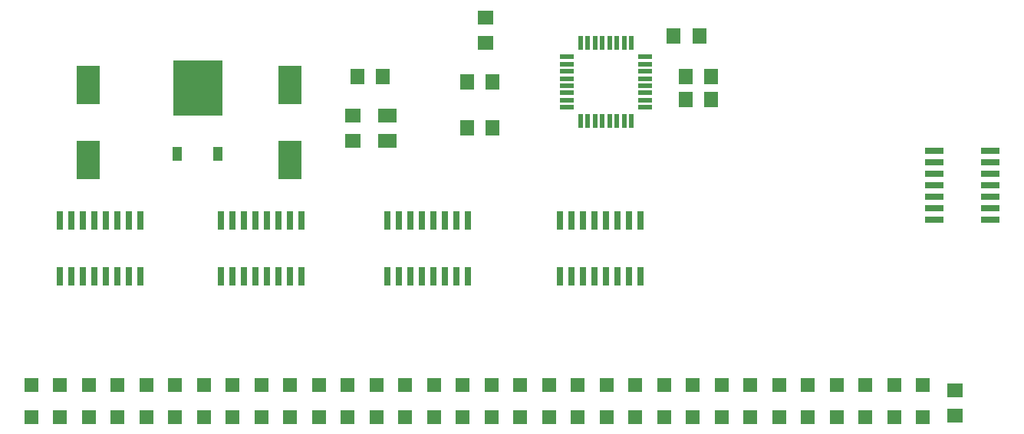
<source format=gtp>
G75*
%MOIN*%
%OFA0B0*%
%FSLAX25Y25*%
%IPPOS*%
%LPD*%
%AMOC8*
5,1,8,0,0,1.08239X$1,22.5*
%
%ADD10R,0.09843X0.16929*%
%ADD11R,0.07087X0.06299*%
%ADD12R,0.06299X0.07087*%
%ADD13R,0.21260X0.24409*%
%ADD14R,0.03937X0.06299*%
%ADD15R,0.08000X0.02600*%
%ADD16R,0.06299X0.07098*%
%ADD17R,0.07874X0.06299*%
%ADD18R,0.05906X0.02165*%
%ADD19R,0.02165X0.05906*%
%ADD20R,0.02600X0.08000*%
%ADD21R,0.05906X0.05906*%
%ADD22R,0.07098X0.06299*%
D10*
X0068500Y0127161D03*
X0068500Y0159839D03*
X0156000Y0159839D03*
X0156000Y0127161D03*
D11*
X0183500Y0135488D03*
X0183500Y0146512D03*
X0241000Y0177988D03*
X0241000Y0189012D03*
D12*
X0244012Y0161000D03*
X0232988Y0161000D03*
X0232988Y0141000D03*
X0244012Y0141000D03*
X0327988Y0153500D03*
X0339012Y0153500D03*
X0339012Y0163500D03*
X0327988Y0163500D03*
D13*
X0116000Y0158343D03*
D14*
X0107024Y0129602D03*
X0124976Y0129602D03*
D15*
X0436300Y0131100D03*
X0436300Y0126100D03*
X0436300Y0121100D03*
X0436300Y0116100D03*
X0436300Y0111100D03*
X0436300Y0106100D03*
X0436300Y0101100D03*
X0460500Y0101100D03*
X0460500Y0106100D03*
X0460500Y0111100D03*
X0460500Y0116100D03*
X0460500Y0121100D03*
X0460500Y0126100D03*
X0460500Y0131100D03*
D16*
X0334098Y0181000D03*
X0322902Y0181000D03*
X0196598Y0163500D03*
X0185402Y0163500D03*
D17*
X0198500Y0146512D03*
X0198500Y0135488D03*
D18*
X0276571Y0149976D03*
X0276571Y0153126D03*
X0276571Y0156276D03*
X0276571Y0159425D03*
X0276571Y0162575D03*
X0276571Y0165724D03*
X0276571Y0168874D03*
X0276571Y0172024D03*
X0310429Y0172024D03*
X0310429Y0168874D03*
X0310429Y0165724D03*
X0310429Y0162575D03*
X0310429Y0159425D03*
X0310429Y0156276D03*
X0310429Y0153126D03*
X0310429Y0149976D03*
D19*
X0304524Y0144071D03*
X0301374Y0144071D03*
X0298224Y0144071D03*
X0295075Y0144071D03*
X0291925Y0144071D03*
X0288776Y0144071D03*
X0285626Y0144071D03*
X0282476Y0144071D03*
X0282476Y0177929D03*
X0285626Y0177929D03*
X0288776Y0177929D03*
X0291925Y0177929D03*
X0295075Y0177929D03*
X0298224Y0177929D03*
X0301374Y0177929D03*
X0304524Y0177929D03*
D20*
X0303500Y0100600D03*
X0298500Y0100600D03*
X0293500Y0100600D03*
X0288500Y0100600D03*
X0283500Y0100600D03*
X0278500Y0100600D03*
X0273500Y0100600D03*
X0308500Y0100600D03*
X0308500Y0076400D03*
X0303500Y0076400D03*
X0298500Y0076400D03*
X0293500Y0076400D03*
X0288500Y0076400D03*
X0283500Y0076400D03*
X0278500Y0076400D03*
X0273500Y0076400D03*
X0233500Y0076400D03*
X0228500Y0076400D03*
X0223500Y0076400D03*
X0218500Y0076400D03*
X0213500Y0076400D03*
X0208500Y0076400D03*
X0203500Y0076400D03*
X0198500Y0076400D03*
X0161000Y0076400D03*
X0156000Y0076400D03*
X0151000Y0076400D03*
X0146000Y0076400D03*
X0141000Y0076400D03*
X0136000Y0076400D03*
X0131000Y0076400D03*
X0126000Y0076400D03*
X0091000Y0076400D03*
X0086000Y0076400D03*
X0081000Y0076400D03*
X0076000Y0076400D03*
X0071000Y0076400D03*
X0066000Y0076400D03*
X0061000Y0076400D03*
X0056000Y0076400D03*
X0056000Y0100600D03*
X0061000Y0100600D03*
X0066000Y0100600D03*
X0071000Y0100600D03*
X0076000Y0100600D03*
X0081000Y0100600D03*
X0086000Y0100600D03*
X0091000Y0100600D03*
X0126000Y0100600D03*
X0131000Y0100600D03*
X0136000Y0100600D03*
X0141000Y0100600D03*
X0146000Y0100600D03*
X0151000Y0100600D03*
X0156000Y0100600D03*
X0161000Y0100600D03*
X0198500Y0100600D03*
X0203500Y0100600D03*
X0208500Y0100600D03*
X0213500Y0100600D03*
X0218500Y0100600D03*
X0223500Y0100600D03*
X0228500Y0100600D03*
X0233500Y0100600D03*
D21*
X0043700Y0015210D03*
X0056200Y0015210D03*
X0068700Y0015210D03*
X0081200Y0015210D03*
X0093700Y0015210D03*
X0106200Y0015210D03*
X0118700Y0015210D03*
X0131200Y0015210D03*
X0143700Y0015210D03*
X0156200Y0015210D03*
X0168700Y0015210D03*
X0181200Y0015210D03*
X0193700Y0015210D03*
X0206200Y0015210D03*
X0218700Y0015210D03*
X0231200Y0015210D03*
X0243700Y0015210D03*
X0256200Y0015210D03*
X0268700Y0015210D03*
X0281200Y0015210D03*
X0293700Y0015210D03*
X0306200Y0015210D03*
X0318700Y0015210D03*
X0331200Y0015210D03*
X0343700Y0015210D03*
X0356200Y0015210D03*
X0368700Y0015210D03*
X0381200Y0015210D03*
X0393700Y0015210D03*
X0406200Y0015210D03*
X0418700Y0015210D03*
X0431200Y0015210D03*
X0431200Y0028990D03*
X0418700Y0028990D03*
X0406200Y0028990D03*
X0393700Y0028990D03*
X0381200Y0028990D03*
X0368700Y0028990D03*
X0356200Y0028990D03*
X0343700Y0028990D03*
X0331200Y0028990D03*
X0318700Y0028990D03*
X0306200Y0028990D03*
X0293700Y0028990D03*
X0281200Y0028990D03*
X0268700Y0028990D03*
X0256200Y0028990D03*
X0243700Y0028990D03*
X0231200Y0028990D03*
X0218700Y0028990D03*
X0206200Y0028990D03*
X0193700Y0028990D03*
X0181200Y0028990D03*
X0168700Y0028990D03*
X0156200Y0028990D03*
X0143700Y0028990D03*
X0131200Y0028990D03*
X0118700Y0028990D03*
X0106200Y0028990D03*
X0093700Y0028990D03*
X0081200Y0028990D03*
X0068700Y0028990D03*
X0056200Y0028990D03*
X0043700Y0028990D03*
D22*
X0445200Y0026898D03*
X0445200Y0015702D03*
M02*

</source>
